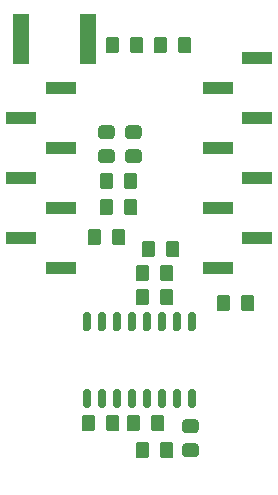
<source format=gbr>
%TF.GenerationSoftware,KiCad,Pcbnew,(5.1.10)-1*%
%TF.CreationDate,2022-02-17T21:59:24+01:00*%
%TF.ProjectId,TinyLora102,54696e79-4c6f-4726-9131-30322e6b6963,rev?*%
%TF.SameCoordinates,Original*%
%TF.FileFunction,Paste,Bot*%
%TF.FilePolarity,Positive*%
%FSLAX46Y46*%
G04 Gerber Fmt 4.6, Leading zero omitted, Abs format (unit mm)*
G04 Created by KiCad (PCBNEW (5.1.10)-1) date 2022-02-17 21:59:24*
%MOMM*%
%LPD*%
G01*
G04 APERTURE LIST*
%ADD10R,1.350000X4.200000*%
%ADD11R,2.510000X1.000000*%
G04 APERTURE END LIST*
D10*
%TO.C,AE1*%
X101075000Y-101016000D03*
X106725000Y-101016000D03*
%TD*%
%TO.C,D6*%
G36*
G01*
X109358000Y-101073999D02*
X109358000Y-101974001D01*
G75*
G02*
X109108001Y-102224000I-249999J0D01*
G01*
X108457999Y-102224000D01*
G75*
G02*
X108208000Y-101974001I0J249999D01*
G01*
X108208000Y-101073999D01*
G75*
G02*
X108457999Y-100824000I249999J0D01*
G01*
X109108001Y-100824000D01*
G75*
G02*
X109358000Y-101073999I0J-249999D01*
G01*
G37*
G36*
G01*
X111408000Y-101073999D02*
X111408000Y-101974001D01*
G75*
G02*
X111158001Y-102224000I-249999J0D01*
G01*
X110507999Y-102224000D01*
G75*
G02*
X110258000Y-101974001I0J249999D01*
G01*
X110258000Y-101073999D01*
G75*
G02*
X110507999Y-100824000I249999J0D01*
G01*
X111158001Y-100824000D01*
G75*
G02*
X111408000Y-101073999I0J-249999D01*
G01*
G37*
%TD*%
%TO.C,R8*%
G36*
G01*
X113422000Y-101073999D02*
X113422000Y-101974001D01*
G75*
G02*
X113172001Y-102224000I-249999J0D01*
G01*
X112521999Y-102224000D01*
G75*
G02*
X112272000Y-101974001I0J249999D01*
G01*
X112272000Y-101073999D01*
G75*
G02*
X112521999Y-100824000I249999J0D01*
G01*
X113172001Y-100824000D01*
G75*
G02*
X113422000Y-101073999I0J-249999D01*
G01*
G37*
G36*
G01*
X115472000Y-101073999D02*
X115472000Y-101974001D01*
G75*
G02*
X115222001Y-102224000I-249999J0D01*
G01*
X114571999Y-102224000D01*
G75*
G02*
X114322000Y-101974001I0J249999D01*
G01*
X114322000Y-101073999D01*
G75*
G02*
X114571999Y-100824000I249999J0D01*
G01*
X115222001Y-100824000D01*
G75*
G02*
X115472000Y-101073999I0J-249999D01*
G01*
G37*
%TD*%
%TO.C,PAM8403*%
G36*
G01*
X106483000Y-130644000D02*
X106783000Y-130644000D01*
G75*
G02*
X106933000Y-130794000I0J-150000D01*
G01*
X106933000Y-132094000D01*
G75*
G02*
X106783000Y-132244000I-150000J0D01*
G01*
X106483000Y-132244000D01*
G75*
G02*
X106333000Y-132094000I0J150000D01*
G01*
X106333000Y-130794000D01*
G75*
G02*
X106483000Y-130644000I150000J0D01*
G01*
G37*
G36*
G01*
X107753000Y-130644000D02*
X108053000Y-130644000D01*
G75*
G02*
X108203000Y-130794000I0J-150000D01*
G01*
X108203000Y-132094000D01*
G75*
G02*
X108053000Y-132244000I-150000J0D01*
G01*
X107753000Y-132244000D01*
G75*
G02*
X107603000Y-132094000I0J150000D01*
G01*
X107603000Y-130794000D01*
G75*
G02*
X107753000Y-130644000I150000J0D01*
G01*
G37*
G36*
G01*
X109023000Y-130644000D02*
X109323000Y-130644000D01*
G75*
G02*
X109473000Y-130794000I0J-150000D01*
G01*
X109473000Y-132094000D01*
G75*
G02*
X109323000Y-132244000I-150000J0D01*
G01*
X109023000Y-132244000D01*
G75*
G02*
X108873000Y-132094000I0J150000D01*
G01*
X108873000Y-130794000D01*
G75*
G02*
X109023000Y-130644000I150000J0D01*
G01*
G37*
G36*
G01*
X110293000Y-130644000D02*
X110593000Y-130644000D01*
G75*
G02*
X110743000Y-130794000I0J-150000D01*
G01*
X110743000Y-132094000D01*
G75*
G02*
X110593000Y-132244000I-150000J0D01*
G01*
X110293000Y-132244000D01*
G75*
G02*
X110143000Y-132094000I0J150000D01*
G01*
X110143000Y-130794000D01*
G75*
G02*
X110293000Y-130644000I150000J0D01*
G01*
G37*
G36*
G01*
X111563000Y-130644000D02*
X111863000Y-130644000D01*
G75*
G02*
X112013000Y-130794000I0J-150000D01*
G01*
X112013000Y-132094000D01*
G75*
G02*
X111863000Y-132244000I-150000J0D01*
G01*
X111563000Y-132244000D01*
G75*
G02*
X111413000Y-132094000I0J150000D01*
G01*
X111413000Y-130794000D01*
G75*
G02*
X111563000Y-130644000I150000J0D01*
G01*
G37*
G36*
G01*
X112833000Y-130644000D02*
X113133000Y-130644000D01*
G75*
G02*
X113283000Y-130794000I0J-150000D01*
G01*
X113283000Y-132094000D01*
G75*
G02*
X113133000Y-132244000I-150000J0D01*
G01*
X112833000Y-132244000D01*
G75*
G02*
X112683000Y-132094000I0J150000D01*
G01*
X112683000Y-130794000D01*
G75*
G02*
X112833000Y-130644000I150000J0D01*
G01*
G37*
G36*
G01*
X114103000Y-130644000D02*
X114403000Y-130644000D01*
G75*
G02*
X114553000Y-130794000I0J-150000D01*
G01*
X114553000Y-132094000D01*
G75*
G02*
X114403000Y-132244000I-150000J0D01*
G01*
X114103000Y-132244000D01*
G75*
G02*
X113953000Y-132094000I0J150000D01*
G01*
X113953000Y-130794000D01*
G75*
G02*
X114103000Y-130644000I150000J0D01*
G01*
G37*
G36*
G01*
X115373000Y-130644000D02*
X115673000Y-130644000D01*
G75*
G02*
X115823000Y-130794000I0J-150000D01*
G01*
X115823000Y-132094000D01*
G75*
G02*
X115673000Y-132244000I-150000J0D01*
G01*
X115373000Y-132244000D01*
G75*
G02*
X115223000Y-132094000I0J150000D01*
G01*
X115223000Y-130794000D01*
G75*
G02*
X115373000Y-130644000I150000J0D01*
G01*
G37*
G36*
G01*
X115373000Y-124144000D02*
X115673000Y-124144000D01*
G75*
G02*
X115823000Y-124294000I0J-150000D01*
G01*
X115823000Y-125594000D01*
G75*
G02*
X115673000Y-125744000I-150000J0D01*
G01*
X115373000Y-125744000D01*
G75*
G02*
X115223000Y-125594000I0J150000D01*
G01*
X115223000Y-124294000D01*
G75*
G02*
X115373000Y-124144000I150000J0D01*
G01*
G37*
G36*
G01*
X114103000Y-124144000D02*
X114403000Y-124144000D01*
G75*
G02*
X114553000Y-124294000I0J-150000D01*
G01*
X114553000Y-125594000D01*
G75*
G02*
X114403000Y-125744000I-150000J0D01*
G01*
X114103000Y-125744000D01*
G75*
G02*
X113953000Y-125594000I0J150000D01*
G01*
X113953000Y-124294000D01*
G75*
G02*
X114103000Y-124144000I150000J0D01*
G01*
G37*
G36*
G01*
X112833000Y-124144000D02*
X113133000Y-124144000D01*
G75*
G02*
X113283000Y-124294000I0J-150000D01*
G01*
X113283000Y-125594000D01*
G75*
G02*
X113133000Y-125744000I-150000J0D01*
G01*
X112833000Y-125744000D01*
G75*
G02*
X112683000Y-125594000I0J150000D01*
G01*
X112683000Y-124294000D01*
G75*
G02*
X112833000Y-124144000I150000J0D01*
G01*
G37*
G36*
G01*
X111563000Y-124144000D02*
X111863000Y-124144000D01*
G75*
G02*
X112013000Y-124294000I0J-150000D01*
G01*
X112013000Y-125594000D01*
G75*
G02*
X111863000Y-125744000I-150000J0D01*
G01*
X111563000Y-125744000D01*
G75*
G02*
X111413000Y-125594000I0J150000D01*
G01*
X111413000Y-124294000D01*
G75*
G02*
X111563000Y-124144000I150000J0D01*
G01*
G37*
G36*
G01*
X110293000Y-124144000D02*
X110593000Y-124144000D01*
G75*
G02*
X110743000Y-124294000I0J-150000D01*
G01*
X110743000Y-125594000D01*
G75*
G02*
X110593000Y-125744000I-150000J0D01*
G01*
X110293000Y-125744000D01*
G75*
G02*
X110143000Y-125594000I0J150000D01*
G01*
X110143000Y-124294000D01*
G75*
G02*
X110293000Y-124144000I150000J0D01*
G01*
G37*
G36*
G01*
X109023000Y-124144000D02*
X109323000Y-124144000D01*
G75*
G02*
X109473000Y-124294000I0J-150000D01*
G01*
X109473000Y-125594000D01*
G75*
G02*
X109323000Y-125744000I-150000J0D01*
G01*
X109023000Y-125744000D01*
G75*
G02*
X108873000Y-125594000I0J150000D01*
G01*
X108873000Y-124294000D01*
G75*
G02*
X109023000Y-124144000I150000J0D01*
G01*
G37*
G36*
G01*
X107753000Y-124144000D02*
X108053000Y-124144000D01*
G75*
G02*
X108203000Y-124294000I0J-150000D01*
G01*
X108203000Y-125594000D01*
G75*
G02*
X108053000Y-125744000I-150000J0D01*
G01*
X107753000Y-125744000D01*
G75*
G02*
X107603000Y-125594000I0J150000D01*
G01*
X107603000Y-124294000D01*
G75*
G02*
X107753000Y-124144000I150000J0D01*
G01*
G37*
G36*
G01*
X106483000Y-124144000D02*
X106783000Y-124144000D01*
G75*
G02*
X106933000Y-124294000I0J-150000D01*
G01*
X106933000Y-125594000D01*
G75*
G02*
X106783000Y-125744000I-150000J0D01*
G01*
X106483000Y-125744000D01*
G75*
G02*
X106333000Y-125594000I0J150000D01*
G01*
X106333000Y-124294000D01*
G75*
G02*
X106483000Y-124144000I150000J0D01*
G01*
G37*
%TD*%
%TO.C,R7*%
G36*
G01*
X111898000Y-122409999D02*
X111898000Y-123310001D01*
G75*
G02*
X111648001Y-123560000I-249999J0D01*
G01*
X110997999Y-123560000D01*
G75*
G02*
X110748000Y-123310001I0J249999D01*
G01*
X110748000Y-122409999D01*
G75*
G02*
X110997999Y-122160000I249999J0D01*
G01*
X111648001Y-122160000D01*
G75*
G02*
X111898000Y-122409999I0J-249999D01*
G01*
G37*
G36*
G01*
X113948000Y-122409999D02*
X113948000Y-123310001D01*
G75*
G02*
X113698001Y-123560000I-249999J0D01*
G01*
X113047999Y-123560000D01*
G75*
G02*
X112798000Y-123310001I0J249999D01*
G01*
X112798000Y-122409999D01*
G75*
G02*
X113047999Y-122160000I249999J0D01*
G01*
X113698001Y-122160000D01*
G75*
G02*
X113948000Y-122409999I0J-249999D01*
G01*
G37*
%TD*%
%TO.C,R6*%
G36*
G01*
X111136000Y-133077999D02*
X111136000Y-133978001D01*
G75*
G02*
X110886001Y-134228000I-249999J0D01*
G01*
X110235999Y-134228000D01*
G75*
G02*
X109986000Y-133978001I0J249999D01*
G01*
X109986000Y-133077999D01*
G75*
G02*
X110235999Y-132828000I249999J0D01*
G01*
X110886001Y-132828000D01*
G75*
G02*
X111136000Y-133077999I0J-249999D01*
G01*
G37*
G36*
G01*
X113186000Y-133077999D02*
X113186000Y-133978001D01*
G75*
G02*
X112936001Y-134228000I-249999J0D01*
G01*
X112285999Y-134228000D01*
G75*
G02*
X112036000Y-133978001I0J249999D01*
G01*
X112036000Y-133077999D01*
G75*
G02*
X112285999Y-132828000I249999J0D01*
G01*
X112936001Y-132828000D01*
G75*
G02*
X113186000Y-133077999I0J-249999D01*
G01*
G37*
%TD*%
%TO.C,R5*%
G36*
G01*
X114945999Y-135248000D02*
X115846001Y-135248000D01*
G75*
G02*
X116096000Y-135497999I0J-249999D01*
G01*
X116096000Y-136148001D01*
G75*
G02*
X115846001Y-136398000I-249999J0D01*
G01*
X114945999Y-136398000D01*
G75*
G02*
X114696000Y-136148001I0J249999D01*
G01*
X114696000Y-135497999D01*
G75*
G02*
X114945999Y-135248000I249999J0D01*
G01*
G37*
G36*
G01*
X114945999Y-133198000D02*
X115846001Y-133198000D01*
G75*
G02*
X116096000Y-133447999I0J-249999D01*
G01*
X116096000Y-134098001D01*
G75*
G02*
X115846001Y-134348000I-249999J0D01*
G01*
X114945999Y-134348000D01*
G75*
G02*
X114696000Y-134098001I0J249999D01*
G01*
X114696000Y-133447999D01*
G75*
G02*
X114945999Y-133198000I249999J0D01*
G01*
G37*
%TD*%
%TO.C,R1*%
G36*
G01*
X113306000Y-119246001D02*
X113306000Y-118345999D01*
G75*
G02*
X113555999Y-118096000I249999J0D01*
G01*
X114206001Y-118096000D01*
G75*
G02*
X114456000Y-118345999I0J-249999D01*
G01*
X114456000Y-119246001D01*
G75*
G02*
X114206001Y-119496000I-249999J0D01*
G01*
X113555999Y-119496000D01*
G75*
G02*
X113306000Y-119246001I0J249999D01*
G01*
G37*
G36*
G01*
X111256000Y-119246001D02*
X111256000Y-118345999D01*
G75*
G02*
X111505999Y-118096000I249999J0D01*
G01*
X112156001Y-118096000D01*
G75*
G02*
X112406000Y-118345999I0J-249999D01*
G01*
X112406000Y-119246001D01*
G75*
G02*
X112156001Y-119496000I-249999J0D01*
G01*
X111505999Y-119496000D01*
G75*
G02*
X111256000Y-119246001I0J249999D01*
G01*
G37*
%TD*%
%TO.C,C7*%
G36*
G01*
X112798000Y-121278001D02*
X112798000Y-120377999D01*
G75*
G02*
X113047999Y-120128000I249999J0D01*
G01*
X113698001Y-120128000D01*
G75*
G02*
X113948000Y-120377999I0J-249999D01*
G01*
X113948000Y-121278001D01*
G75*
G02*
X113698001Y-121528000I-249999J0D01*
G01*
X113047999Y-121528000D01*
G75*
G02*
X112798000Y-121278001I0J249999D01*
G01*
G37*
G36*
G01*
X110748000Y-121278001D02*
X110748000Y-120377999D01*
G75*
G02*
X110997999Y-120128000I249999J0D01*
G01*
X111648001Y-120128000D01*
G75*
G02*
X111898000Y-120377999I0J-249999D01*
G01*
X111898000Y-121278001D01*
G75*
G02*
X111648001Y-121528000I-249999J0D01*
G01*
X110997999Y-121528000D01*
G75*
G02*
X110748000Y-121278001I0J249999D01*
G01*
G37*
%TD*%
%TO.C,C6*%
G36*
G01*
X107326000Y-133077999D02*
X107326000Y-133978001D01*
G75*
G02*
X107076001Y-134228000I-249999J0D01*
G01*
X106425999Y-134228000D01*
G75*
G02*
X106176000Y-133978001I0J249999D01*
G01*
X106176000Y-133077999D01*
G75*
G02*
X106425999Y-132828000I249999J0D01*
G01*
X107076001Y-132828000D01*
G75*
G02*
X107326000Y-133077999I0J-249999D01*
G01*
G37*
G36*
G01*
X109376000Y-133077999D02*
X109376000Y-133978001D01*
G75*
G02*
X109126001Y-134228000I-249999J0D01*
G01*
X108475999Y-134228000D01*
G75*
G02*
X108226000Y-133978001I0J249999D01*
G01*
X108226000Y-133077999D01*
G75*
G02*
X108475999Y-132828000I249999J0D01*
G01*
X109126001Y-132828000D01*
G75*
G02*
X109376000Y-133077999I0J-249999D01*
G01*
G37*
%TD*%
%TO.C,C5*%
G36*
G01*
X119656000Y-123818001D02*
X119656000Y-122917999D01*
G75*
G02*
X119905999Y-122668000I249999J0D01*
G01*
X120556001Y-122668000D01*
G75*
G02*
X120806000Y-122917999I0J-249999D01*
G01*
X120806000Y-123818001D01*
G75*
G02*
X120556001Y-124068000I-249999J0D01*
G01*
X119905999Y-124068000D01*
G75*
G02*
X119656000Y-123818001I0J249999D01*
G01*
G37*
G36*
G01*
X117606000Y-123818001D02*
X117606000Y-122917999D01*
G75*
G02*
X117855999Y-122668000I249999J0D01*
G01*
X118506001Y-122668000D01*
G75*
G02*
X118756000Y-122917999I0J-249999D01*
G01*
X118756000Y-123818001D01*
G75*
G02*
X118506001Y-124068000I-249999J0D01*
G01*
X117855999Y-124068000D01*
G75*
G02*
X117606000Y-123818001I0J249999D01*
G01*
G37*
%TD*%
%TO.C,C4*%
G36*
G01*
X112798000Y-136264001D02*
X112798000Y-135363999D01*
G75*
G02*
X113047999Y-135114000I249999J0D01*
G01*
X113698001Y-135114000D01*
G75*
G02*
X113948000Y-135363999I0J-249999D01*
G01*
X113948000Y-136264001D01*
G75*
G02*
X113698001Y-136514000I-249999J0D01*
G01*
X113047999Y-136514000D01*
G75*
G02*
X112798000Y-136264001I0J249999D01*
G01*
G37*
G36*
G01*
X110748000Y-136264001D02*
X110748000Y-135363999D01*
G75*
G02*
X110997999Y-135114000I249999J0D01*
G01*
X111648001Y-135114000D01*
G75*
G02*
X111898000Y-135363999I0J-249999D01*
G01*
X111898000Y-136264001D01*
G75*
G02*
X111648001Y-136514000I-249999J0D01*
G01*
X110997999Y-136514000D01*
G75*
G02*
X110748000Y-136264001I0J249999D01*
G01*
G37*
%TD*%
%TO.C,C3*%
G36*
G01*
X107834000Y-117329999D02*
X107834000Y-118230001D01*
G75*
G02*
X107584001Y-118480000I-249999J0D01*
G01*
X106933999Y-118480000D01*
G75*
G02*
X106684000Y-118230001I0J249999D01*
G01*
X106684000Y-117329999D01*
G75*
G02*
X106933999Y-117080000I249999J0D01*
G01*
X107584001Y-117080000D01*
G75*
G02*
X107834000Y-117329999I0J-249999D01*
G01*
G37*
G36*
G01*
X109884000Y-117329999D02*
X109884000Y-118230001D01*
G75*
G02*
X109634001Y-118480000I-249999J0D01*
G01*
X108983999Y-118480000D01*
G75*
G02*
X108734000Y-118230001I0J249999D01*
G01*
X108734000Y-117329999D01*
G75*
G02*
X108983999Y-117080000I249999J0D01*
G01*
X109634001Y-117080000D01*
G75*
G02*
X109884000Y-117329999I0J-249999D01*
G01*
G37*
%TD*%
%TO.C,R4*%
G36*
G01*
X110119999Y-110356000D02*
X111020001Y-110356000D01*
G75*
G02*
X111270000Y-110605999I0J-249999D01*
G01*
X111270000Y-111256001D01*
G75*
G02*
X111020001Y-111506000I-249999J0D01*
G01*
X110119999Y-111506000D01*
G75*
G02*
X109870000Y-111256001I0J249999D01*
G01*
X109870000Y-110605999D01*
G75*
G02*
X110119999Y-110356000I249999J0D01*
G01*
G37*
G36*
G01*
X110119999Y-108306000D02*
X111020001Y-108306000D01*
G75*
G02*
X111270000Y-108555999I0J-249999D01*
G01*
X111270000Y-109206001D01*
G75*
G02*
X111020001Y-109456000I-249999J0D01*
G01*
X110119999Y-109456000D01*
G75*
G02*
X109870000Y-109206001I0J249999D01*
G01*
X109870000Y-108555999D01*
G75*
G02*
X110119999Y-108306000I249999J0D01*
G01*
G37*
%TD*%
%TO.C,R3*%
G36*
G01*
X108734001Y-109456000D02*
X107833999Y-109456000D01*
G75*
G02*
X107584000Y-109206001I0J249999D01*
G01*
X107584000Y-108555999D01*
G75*
G02*
X107833999Y-108306000I249999J0D01*
G01*
X108734001Y-108306000D01*
G75*
G02*
X108984000Y-108555999I0J-249999D01*
G01*
X108984000Y-109206001D01*
G75*
G02*
X108734001Y-109456000I-249999J0D01*
G01*
G37*
G36*
G01*
X108734001Y-111506000D02*
X107833999Y-111506000D01*
G75*
G02*
X107584000Y-111256001I0J249999D01*
G01*
X107584000Y-110605999D01*
G75*
G02*
X107833999Y-110356000I249999J0D01*
G01*
X108734001Y-110356000D01*
G75*
G02*
X108984000Y-110605999I0J-249999D01*
G01*
X108984000Y-111256001D01*
G75*
G02*
X108734001Y-111506000I-249999J0D01*
G01*
G37*
%TD*%
D11*
%TO.C,J4*%
X117705000Y-120370000D03*
X117705000Y-115290000D03*
X117705000Y-110210000D03*
X117705000Y-105130000D03*
X121015000Y-117830000D03*
X121015000Y-112750000D03*
X121015000Y-107670000D03*
X121015000Y-102590000D03*
%TD*%
%TO.C,J3*%
X101085000Y-117856000D03*
X101085000Y-112776000D03*
X101085000Y-107696000D03*
X104395000Y-120396000D03*
X104395000Y-115316000D03*
X104395000Y-110236000D03*
X104395000Y-105156000D03*
%TD*%
%TO.C,C2*%
G36*
G01*
X109750000Y-115690001D02*
X109750000Y-114789999D01*
G75*
G02*
X109999999Y-114540000I249999J0D01*
G01*
X110650001Y-114540000D01*
G75*
G02*
X110900000Y-114789999I0J-249999D01*
G01*
X110900000Y-115690001D01*
G75*
G02*
X110650001Y-115940000I-249999J0D01*
G01*
X109999999Y-115940000D01*
G75*
G02*
X109750000Y-115690001I0J249999D01*
G01*
G37*
G36*
G01*
X107700000Y-115690001D02*
X107700000Y-114789999D01*
G75*
G02*
X107949999Y-114540000I249999J0D01*
G01*
X108600001Y-114540000D01*
G75*
G02*
X108850000Y-114789999I0J-249999D01*
G01*
X108850000Y-115690001D01*
G75*
G02*
X108600001Y-115940000I-249999J0D01*
G01*
X107949999Y-115940000D01*
G75*
G02*
X107700000Y-115690001I0J249999D01*
G01*
G37*
%TD*%
%TO.C,C1*%
G36*
G01*
X108850000Y-112579999D02*
X108850000Y-113480001D01*
G75*
G02*
X108600001Y-113730000I-249999J0D01*
G01*
X107949999Y-113730000D01*
G75*
G02*
X107700000Y-113480001I0J249999D01*
G01*
X107700000Y-112579999D01*
G75*
G02*
X107949999Y-112330000I249999J0D01*
G01*
X108600001Y-112330000D01*
G75*
G02*
X108850000Y-112579999I0J-249999D01*
G01*
G37*
G36*
G01*
X110900000Y-112579999D02*
X110900000Y-113480001D01*
G75*
G02*
X110650001Y-113730000I-249999J0D01*
G01*
X109999999Y-113730000D01*
G75*
G02*
X109750000Y-113480001I0J249999D01*
G01*
X109750000Y-112579999D01*
G75*
G02*
X109999999Y-112330000I249999J0D01*
G01*
X110650001Y-112330000D01*
G75*
G02*
X110900000Y-112579999I0J-249999D01*
G01*
G37*
%TD*%
M02*

</source>
